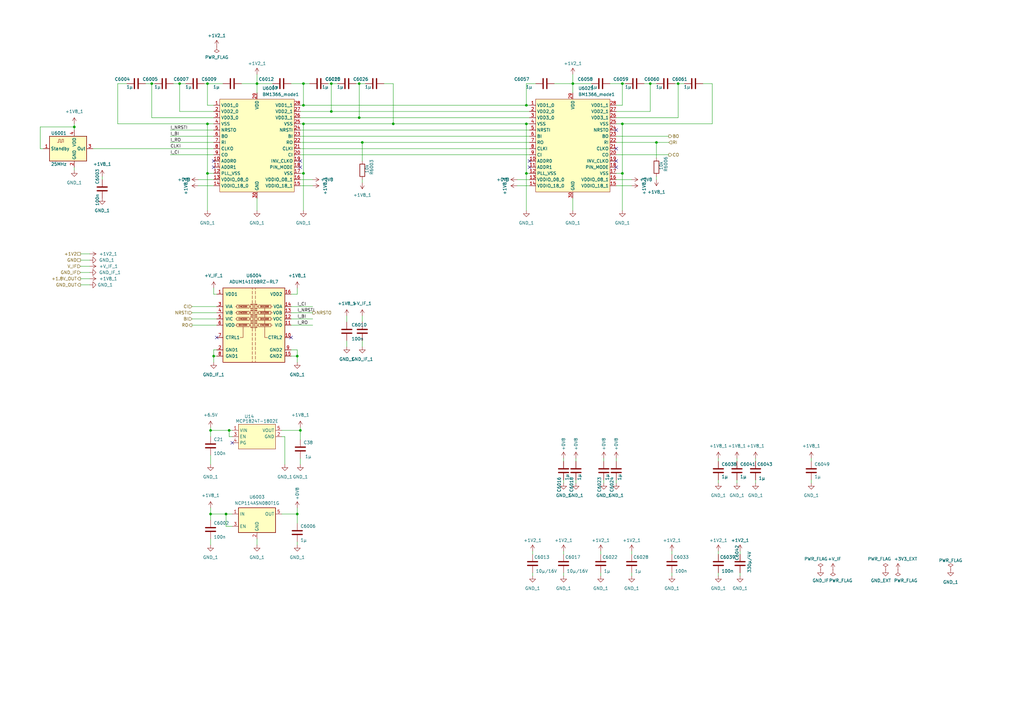
<source format=kicad_sch>
(kicad_sch (version 20231120) (generator "eeschema") (generator_version "8.0")
  (paper "A3")
  (lib_symbols
    (symbol "BM1366_mode1_1"
      (property "Reference" "U6007" (at 2.1941 24.765 0))
      (property "Value" "BM1366_mode1" (at 2.1941 22.225 0))
      (symbol "BM1366_mode1_1_1_1"
        (pin input line (at -17.78 17.78 0) (length 2.54) (name "VDD1_0") (number "1"))
        (pin input line (at -17.78 -5.08 0) (length 2.54) (name "ADDR0") (number "10"))
        (pin input line (at -17.78 -7.62 0) (length 2.54) (name "ADDR1") (number "11"))
        (pin power_in line (at -17.78 -10.16 0) (length 2.54) (name "PLL_VSS") (number "12"))
        (pin power_in line (at -17.78 -12.7 0) (length 2.54) (name "VDDIO_08_0") (number "13"))
        (pin power_in line (at -17.78 -15.24 0) (length 2.54) (name "VDDIO_18_0") (number "14"))
        (pin power_in line (at 17.78 -15.24 180) (length 2.54) (name "VDDIO_18_1") (number "15"))
        (pin power_in line (at 17.78 -12.7 180) (length 2.54) (name "VDDIO_08_1") (number "16"))
        (pin power_in line (at 17.78 -10.16 180) (length 2.54) (name "VSS") (number "17"))
        (pin input line (at 17.78 -7.62 180) (length 2.54) (name "PIN_MODE") (number "18"))
        (pin input line (at 17.78 -5.08 180) (length 2.54) (name "INV_CLKO") (number "19"))
        (pin input line (at -17.78 15.24 0) (length 2.54) (name "VDD2_0") (number "2"))
        (pin input line (at 17.78 -2.54 180) (length 2.54) (name "CI") (number "20"))
        (pin input line (at 17.78 0 180) (length 2.54) (name "CLKI") (number "21"))
        (pin output line (at 17.78 2.54 180) (length 2.54) (name "RO") (number "22"))
        (pin input line (at 17.78 5.08 180) (length 2.54) (name "BI") (number "23"))
        (pin input line (at 17.78 7.62 180) (length 2.54) (name "NRSTI") (number "24"))
        (pin input line (at 17.78 10.16 180) (length 2.54) (name "VSS") (number "25"))
        (pin input line (at 17.78 12.7 180) (length 2.54) (name "VDD3_1") (number "26"))
        (pin input line (at 17.78 15.24 180) (length 2.54) (name "VDD2_1") (number "27"))
        (pin input line (at 17.78 17.78 180) (length 2.54) (name "VDD1_1") (number "28"))
        (pin power_in line (at 0 22.86 270) (length 2.54) (name "VDD") (number "29"))
        (pin input line (at -17.78 12.7 0) (length 2.54) (name "VDD3_0") (number "3"))
        (pin power_in line (at 0 -20.32 90) (length 2.54) (name "GND") (number "30"))
        (pin input line (at -17.78 10.16 0) (length 2.54) (name "VSS") (number "4"))
        (pin output line (at -17.78 7.62 0) (length 2.54) (name "NRSTO") (number "5"))
        (pin output line (at -17.78 5.08 0) (length 2.54) (name "BO") (number "6"))
        (pin input line (at -17.78 2.54 0) (length 2.54) (name "RI") (number "7"))
        (pin output line (at -17.78 0 0) (length 2.54) (name "CLKO") (number "8"))
        (pin output line (at -17.78 -2.54 0) (length 2.54) (name "CO") (number "9"))
      )
    )
    (symbol "Device:C" (pin_numbers hide) (pin_names (offset 0.254))
      (property "Reference" "C" (at 0.635 2.54 0))
      (property "Value" "C" (at 0.635 -2.54 0))
      (symbol "C_1_1"
        (pin passive line (at 0 3.81 270) (length 2.794) (name "~") (number "1"))
        (pin passive line (at 0 -3.81 90) (length 2.794) (name "~") (number "2"))
      )
    )
    (symbol "Device:R" (pin_numbers hide) (pin_names (offset 0))
      (property "Reference" "R" (at 2.032 0 90))
      (property "Value" "R" (at 0 0 90))
      (symbol "R_1_1"
        (pin passive line (at 0 3.81 270) (length 1.27) (name "~") (number "1"))
        (pin passive line (at 0 -3.81 90) (length 1.27) (name "~") (number "2"))
      )
    )
    (symbol "Isolator:ADuM1411" (pin_names (offset 1.016))
      (property "Reference" "U" (at 0 19.05 0))
      (property "Value" "ADuM1411" (at 0 16.51 0))
      (symbol "ADuM1411_0_0"
        (text "DECODE" (at -4.445 0 0) (effects (font (size 0.635 0.635))))
        (text "DECODE" (at 4.445 2.54 0) (effects (font (size 0.635 0.635))))
        (text "DECODE" (at 4.445 5.08 0) (effects (font (size 0.635 0.635))))
        (text "DECODE" (at 4.445 7.62 0) (effects (font (size 0.635 0.635))))
        (text "ENCODE" (at -4.445 2.54 0) (effects (font (size 0.635 0.635))))
        (text "ENCODE" (at -4.445 5.08 0) (effects (font (size 0.635 0.635))))
        (text "ENCODE" (at -4.445 7.62 0) (effects (font (size 0.635 0.635))))
        (text "ENCODE" (at 4.445 0 0) (effects (font (size 0.635 0.635))))
      )
      (symbol "ADuM1411_1_1"
        (pin power_in line (at -15.24 12.7 0) (length 2.54) (name "VDD1") (number "1"))
        (pin input line (at 15.24 -5.08 180) (length 2.54) (name "CTRL2") (number "10"))
        (pin input line (at 15.24 0 180) (length 2.54) (name "VID") (number "11"))
        (pin output line (at 15.24 2.54 180) (length 2.54) (name "VOC") (number "12"))
        (pin output line (at 15.24 5.08 180) (length 2.54) (name "VOB") (number "13"))
        (pin output line (at 15.24 7.62 180) (length 2.54) (name "VOA") (number "14"))
        (pin power_in line (at 15.24 -12.7 180) (length 2.54) (name "GND2") (number "15"))
        (pin power_in line (at 15.24 12.7 180) (length 2.54) (name "VDD2") (number "16"))
        (pin power_in line (at -15.24 -10.16 0) (length 2.54) (name "GND1") (number "2"))
        (pin input line (at -15.24 7.62 0) (length 2.54) (name "VIA") (number "3"))
        (pin input line (at -15.24 5.08 0) (length 2.54) (name "VIB") (number "4"))
        (pin input line (at -15.24 2.54 0) (length 2.54) (name "VIC") (number "5"))
        (pin output line (at -15.24 0 0) (length 2.54) (name "VOD") (number "6"))
        (pin input line (at -15.24 -5.08 0) (length 2.54) (name "CTRL1") (number "7"))
        (pin power_in line (at -15.24 -12.7 0) (length 2.54) (name "GND1") (number "8"))
        (pin power_in line (at 15.24 -10.16 180) (length 2.54) (name "GND2") (number "9"))
      )
    )
    (symbol "Oscillator:ASDMB-xxxMHz"
      (property "Reference" "U" (at -6.35 6.35 0))
      (property "Value" "ASDMB-xxxMHz" (at 11.43 6.35 0))
      (symbol "ASDMB-xxxMHz_1_1"
        (pin input line (at -10.16 0 0) (length 2.54) (name "Standby") (number "1"))
        (pin power_in line (at 2.54 -7.62 90) (length 2.54) (name "GND") (number "2"))
        (pin output line (at 10.16 0 180) (length 2.54) (name "Out") (number "3"))
        (pin power_in line (at 2.54 7.62 270) (length 2.54) (name "VDD") (number "4"))
      )
    )
    (symbol "bitaxe:MCP1824"
      (property "Reference" "U7" (at -3.175 6.985 0))
      (property "Value" "MCP1824T-1802E" (at 0 5.08 0))
      (symbol "MCP1824_1_0"
        (pin power_in line (at -10.16 1.27 0) (length 2.54) (name "VIN") (number "1"))
        (pin power_in line (at 10.16 -1.27 180) (length 2.54) (name "GND") (number "2"))
        (pin input line (at -10.16 -1.27 0) (length 2.54) (name "EN") (number "3"))
        (pin bidirectional line (at -10.16 -3.81 0) (length 2.54) (name "PG") (number "4"))
        (pin power_out line (at 10.16 1.27 180) (length 2.54) (name "VOUT") (number "5"))
      )
    )
    (symbol "mylib7:+0V8_1" (in_bom no) (on_board no)
      (property "Value" "+0V8" (at 0 3.175 90))
      (symbol "+0V8_1_1_1"
        (pin power_in line (at 0 0 90) (length 0) hide (name "+0V8_1") (number "1"))
      )
    )
    (symbol "mylib7:+1V2_1" (power) (pin_names (offset 0))
      (property "Value" "+1V2_1" (at 0 4.445 0))
      (symbol "+1V2_1_1_1"
        (pin power_in line (at 0 0 90) (length 0) hide (name "+1V2_1") (number "1"))
      )
    )
    (symbol "mylib7:+1V8_1" (power) (pin_names (offset 0))
      (property "Value" "+1V8_1" (at 0 5.08 0))
      (symbol "+1V8_1_1_1"
        (pin power_in line (at 0 0 90) (length 0) hide (name "+1V8_1") (number "1"))
      )
    )
    (symbol "mylib7:+3V3_EXT" (power) (pin_names (offset 0))
      (property "Value" "+3V3_EXT" (at 0 4.445 0))
      (symbol "+3V3_EXT_1_1"
        (pin power_in line (at 0 0 90) (length 0) hide (name "+3V3_EXT") (number "1"))
      )
    )
    (symbol "mylib7:+6.5V" (power) (pin_names (offset 0))
      (property "Value" "+6.5V" (at 0 4.445 0))
      (symbol "+6.5V_1_1"
        (pin power_in line (at 0 0 90) (length 0) hide (name "+5V") (number "1"))
      )
    )
    (symbol "mylib7:+V_IF" (power) (pin_names (offset 0))
      (property "Value" "+V_IF" (at 0 5.08 0))
      (symbol "+V_IF_1_1"
        (pin power_in line (at 0 0 90) (length 0) hide (name "+V_IF") (number "1"))
      )
    )
    (symbol "mylib7:+V_IF_1" (power) (pin_names (offset 0))
      (property "Value" "+V_IF_1" (at 0 5.08 0))
      (symbol "+V_IF_1_1_1"
        (pin power_in line (at 0 0 90) (length 0) hide (name "+V_IF_0") (number "1"))
      )
    )
    (symbol "mylib7:BM1366_mode1"
      (property "Reference" "U8" (at 1.9559 24.13 0))
      (property "Value" "BM1366_mode1" (at 1.9559 21.59 0))
      (symbol "BM1366_mode1_1_1"
        (pin input line (at -17.78 17.78 0) (length 2.54) (name "VDD1_0") (number "1"))
        (pin input line (at -17.78 -5.08 0) (length 2.54) (name "ADDR0") (number "10"))
        (pin input line (at -17.78 -7.62 0) (length 2.54) (name "ADDR1") (number "11"))
        (pin power_in line (at -17.78 -10.16 0) (length 2.54) (name "PLL_VSS") (number "12"))
        (pin power_in line (at -17.78 -12.7 0) (length 2.54) (name "VDDIO_08_0") (number "13"))
        (pin power_in line (at -17.78 -15.24 0) (length 2.54) (name "VDDIO_18_0") (number "14"))
        (pin power_in line (at 17.78 -15.24 180) (length 2.54) (name "VDDIO_18_1") (number "15"))
        (pin power_in line (at 17.78 -12.7 180) (length 2.54) (name "VDDIO_08_1") (number "16"))
        (pin power_in line (at 17.78 -10.16 180) (length 2.54) (name "VSS") (number "17"))
        (pin input line (at 17.78 -7.62 180) (length 2.54) (name "PIN_MODE") (number "18"))
        (pin input line (at 17.78 -5.08 180) (length 2.54) (name "INV_CLKO") (number "19"))
        (pin input line (at -17.78 15.24 0) (length 2.54) (name "VDD2_0") (number "2"))
        (pin output line (at 17.78 -2.54 180) (length 2.54) (name "CO") (number "20"))
        (pin output line (at 17.78 0 180) (length 2.54) (name "CLKO") (number "21"))
        (pin input line (at 17.78 2.54 180) (length 2.54) (name "RI") (number "22"))
        (pin output line (at 17.78 5.08 180) (length 2.54) (name "BO") (number "23"))
        (pin output line (at 17.78 7.62 180) (length 2.54) (name "NRSTO") (number "24"))
        (pin input line (at 17.78 10.16 180) (length 2.54) (name "VSS") (number "25"))
        (pin input line (at 17.78 12.7 180) (length 2.54) (name "VDD3_1") (number "26"))
        (pin input line (at 17.78 15.24 180) (length 2.54) (name "VDD2_1") (number "27"))
        (pin input line (at 17.78 17.78 180) (length 2.54) (name "VDD1_1") (number "28"))
        (pin power_in line (at 0 22.86 270) (length 2.54) (name "VDD") (number "29"))
        (pin input line (at -17.78 12.7 0) (length 2.54) (name "VDD3_0") (number "3"))
        (pin power_in line (at 0 -20.32 90) (length 2.54) (name "GND") (number "30"))
        (pin input line (at -17.78 10.16 0) (length 2.54) (name "VSS") (number "4"))
        (pin input line (at -17.78 7.62 0) (length 2.54) (name "NRSTI") (number "5"))
        (pin input line (at -17.78 5.08 0) (length 2.54) (name "BI") (number "6"))
        (pin output line (at -17.78 2.54 0) (length 2.54) (name "RO") (number "7"))
        (pin input line (at -17.78 0 0) (length 2.54) (name "CLKI") (number "8"))
        (pin input line (at -17.78 -2.54 0) (length 2.54) (name "CI") (number "9"))
      )
    )
    (symbol "mylib7:GND_1" (power) (pin_names (offset 0))
      (property "Value" "GND_1" (at 0 -5.08 0))
      (symbol "GND_1_1_1"
        (pin power_in line (at 0 0 270) (length 0) hide (name "GND_1") (number "1"))
      )
    )
    (symbol "mylib7:GND_EXT" (power) (pin_names (offset 0))
      (property "Value" "GND_EXT" (at 0 -5.08 0))
      (symbol "GND_EXT_1_1"
        (pin power_in line (at 0 0 270) (length 0) hide (name "GND_EXT") (number "1"))
      )
    )
    (symbol "mylib7:GND_IF" (power) (pin_names (offset 0))
      (property "Value" "GND_IF" (at 0 -5.08 0))
      (symbol "GND_IF_1_1"
        (pin power_in line (at 0 0 270) (length 0) hide (name "GND_IF") (number "1"))
      )
    )
    (symbol "mylib7:GND_IF_1" (power) (pin_names (offset 0))
      (property "Value" "GND_IF_1" (at 0 -5.08 0))
      (symbol "GND_IF_1_1_1"
        (pin power_in line (at 0 0 270) (length 0) hide (name "GND_IF_0") (number "1"))
      )
    )
    (symbol "mylib7:NCP114-SN"
      (property "Reference" "U4" (at 0 9.525 0))
      (property "Value" "NCP115-SN" (at 0 6.985 0))
      (symbol "NCP114-SN_1_1"
        (pin power_in line (at -10.16 2.54 0) (length 2.54) (name "IN") (number "1"))
        (pin power_in line (at 0 -7.62 90) (length 2.54) (name "GND") (number "2"))
        (pin input line (at -10.16 -2.54 0) (length 2.54) (name "EN") (number "3"))
        (pin power_out line (at 10.16 2.54 180) (length 2.54) (name "OUT") (number "5"))
      )
    )
    (symbol "power:PWR_FLAG" (power) (pin_numbers hide) (pin_names (offset 0) hide)
      (property "Value" "PWR_FLAG" (at 0 3.81 0))
      (symbol "PWR_FLAG_0_0"
        (pin power_out line (at 0 0 90) (length 0) (name "pwr") (number "1"))
      )
    )
  )
  (junction (at 85.09 34.29))
  (junction (at 30.48 52.07))
  (junction (at 121.92 146.05))
  (junction (at 147.32 48.26))
  (junction (at 278.13 34.29))
  (junction (at 121.92 210.82) (diameter 0.9144))
  (junction (at 135.89 45.72))
  (junction (at 87.63 146.05))
  (junction (at 255.27 34.29))
  (junction (at 215.9 43.18))
  (junction (at 124.46 71.12))
  (junction (at 255.27 50.8))
  (junction (at 234.95 34.29))
  (junction (at 269.24 58.42))
  (junction (at 73.66 34.29))
  (junction (at 124.46 43.18))
  (junction (at 93.98 176.53))
  (junction (at 124.46 50.8))
  (junction (at 86.36 210.82) (diameter 0.9144))
  (junction (at 215.9 71.12))
  (junction (at 148.59 58.42))
  (junction (at 135.89 34.29))
  (junction (at 147.32 34.29))
  (junction (at 105.41 34.29))
  (junction (at 86.36 176.53) (diameter 0.9144))
  (junction (at 215.9 50.8))
  (junction (at 124.46 34.29))
  (junction (at 62.23 34.29))
  (junction (at 85.09 50.8))
  (junction (at 92.71 210.82))
  (junction (at 161.29 50.8))
  (junction (at 85.09 71.12))
  (junction (at 255.27 71.12))
  (junction (at 123.19 176.53))
  (junction (at 266.7 34.29))
  (no_connect (at 95.25 181.61))
  (no_connect (at 88.9 138.43))
  (no_connect (at 252.73 53.34))
  (no_connect (at 87.63 66.04))
  (no_connect (at 87.63 68.58))
  (no_connect (at 252.73 60.96))
  (no_connect (at 123.19 66.04))
  (no_connect (at 119.38 138.43))
  (no_connect (at 123.19 68.58))
  (no_connect (at 217.17 68.58))
  (no_connect (at 252.73 66.04))
  (no_connect (at 252.73 68.58))
  (no_connect (at 217.17 66.04))
  (wire (pts (xy 294.64 196.85) (xy 294.64 198.12)))
  (wire (pts (xy 124.46 50.8) (xy 124.46 71.12)))
  (wire (pts (xy 119.38 120.65) (xy 121.92 120.65)))
  (wire (pts (xy 105.41 30.48) (xy 105.41 34.29)))
  (wire (pts (xy 259.08 226.06) (xy 259.08 227.33)))
  (wire (pts (xy 95.25 215.9) (xy 92.71 215.9)))
  (wire (pts (xy 48.26 50.8) (xy 48.26 34.29)))
  (wire (pts (xy 123.19 43.18) (xy 124.46 43.18)))
  (wire (pts (xy 123.19 48.26) (xy 147.32 48.26)))
  (wire (pts (xy 123.19 50.8) (xy 124.46 50.8)))
  (wire (pts (xy 215.9 34.29) (xy 219.71 34.29)))
  (wire (pts (xy 231.14 226.06) (xy 231.14 227.33)))
  (wire (pts (xy 231.14 187.96) (xy 231.14 189.23)))
  (wire (pts (xy 16.51 52.07) (xy 16.51 60.96)))
  (wire (pts (xy 88.9 128.27) (xy 78.74 128.27)))
  (wire (pts (xy 231.14 196.85) (xy 231.14 198.12)))
  (wire (pts (xy 81.28 76.2) (xy 87.63 76.2)))
  (wire (pts (xy 88.9 120.65) (xy 87.63 120.65)))
  (wire (pts (xy 292.1 50.8) (xy 292.1 34.29)))
  (wire (pts (xy 92.71 210.82) (xy 92.71 215.9)))
  (wire (pts (xy 87.63 50.8) (xy 85.09 50.8)))
  (wire (pts (xy 246.38 226.06) (xy 246.38 227.33)))
  (wire (pts (xy 85.09 34.29) (xy 91.44 34.29)))
  (wire (pts (xy 59.69 34.29) (xy 62.23 34.29)))
  (wire (pts (xy 88.9 146.05) (xy 87.63 146.05)))
  (wire (pts (xy 212.09 76.2) (xy 217.17 76.2)))
  (wire (pts (xy 71.12 34.29) (xy 73.66 34.29)))
  (wire (pts (xy 86.36 208.28) (xy 86.36 210.82)))
  (wire (pts (xy 218.44 234.95) (xy 218.44 236.22)))
  (wire (pts (xy 128.27 133.35) (xy 119.38 133.35)))
  (wire (pts (xy 86.36 210.82) (xy 92.71 210.82)))
  (wire (pts (xy 85.09 34.29) (xy 85.09 43.18)))
  (wire (pts (xy 123.19 73.66) (xy 128.27 73.66)))
  (wire (pts (xy 236.22 187.96) (xy 236.22 189.23)))
  (wire (pts (xy 269.24 58.42) (xy 274.32 58.42)))
  (wire (pts (xy 215.9 50.8) (xy 215.9 71.12)))
  (wire (pts (xy 292.1 34.29) (xy 288.29 34.29)))
  (wire (pts (xy 88.9 143.51) (xy 87.63 143.51)))
  (wire (pts (xy 85.09 71.12) (xy 85.09 86.36)))
  (wire (pts (xy 124.46 50.8) (xy 161.29 50.8)))
  (wire (pts (xy 269.24 72.39) (xy 269.24 73.66)))
  (wire (pts (xy 255.27 50.8) (xy 255.27 71.12)))
  (wire (pts (xy 121.92 208.28) (xy 121.92 210.82)))
  (wire (pts (xy 234.95 34.29) (xy 242.57 34.29)))
  (wire (pts (xy 119.38 130.81) (xy 128.27 130.81)))
  (wire (pts (xy 252.73 48.26) (xy 278.13 48.26)))
  (wire (pts (xy 252.73 63.5) (xy 274.32 63.5)))
  (wire (pts (xy 135.89 34.29) (xy 138.43 34.29)))
  (wire (pts (xy 255.27 71.12) (xy 255.27 86.36)))
  (wire (pts (xy 33.02 109.22) (xy 36.83 109.22)))
  (wire (pts (xy 302.26 196.85) (xy 302.26 198.12)))
  (wire (pts (xy 88.9 133.35) (xy 78.74 133.35)))
  (wire (pts (xy 81.28 73.66) (xy 87.63 73.66)))
  (wire (pts (xy 62.23 48.26) (xy 62.23 34.29)))
  (wire (pts (xy 266.7 34.29) (xy 269.24 34.29)))
  (wire (pts (xy 86.36 176.53) (xy 86.36 179.07)))
  (wire (pts (xy 121.92 210.82) (xy 121.92 214.63)))
  (wire (pts (xy 33.02 114.3) (xy 36.83 114.3)))
  (wire (pts (xy 147.32 48.26) (xy 147.32 34.29)))
  (wire (pts (xy 123.19 176.53) (xy 123.19 180.34)))
  (wire (pts (xy 73.66 45.72) (xy 87.63 45.72)))
  (wire (pts (xy 252.73 45.72) (xy 266.7 45.72)))
  (wire (pts (xy 62.23 48.26) (xy 87.63 48.26)))
  (wire (pts (xy 105.41 81.28) (xy 105.41 86.36)))
  (wire (pts (xy 99.06 34.29) (xy 105.41 34.29)))
  (wire (pts (xy 124.46 34.29) (xy 127 34.29)))
  (wire (pts (xy 142.24 139.7) (xy 142.24 142.24)))
  (wire (pts (xy 332.74 196.85) (xy 332.74 198.12)))
  (wire (pts (xy 123.19 63.5) (xy 217.17 63.5)))
  (wire (pts (xy 255.27 43.18) (xy 255.27 34.29)))
  (wire (pts (xy 252.73 43.18) (xy 255.27 43.18)))
  (wire (pts (xy 123.19 187.96) (xy 123.19 190.5)))
  (wire (pts (xy 302.26 189.23) (xy 302.26 187.96)))
  (wire (pts (xy 119.38 143.51) (xy 121.92 143.51)))
  (wire (pts (xy 234.95 34.29) (xy 234.95 38.1)))
  (wire (pts (xy 85.09 71.12) (xy 87.63 71.12)))
  (wire (pts (xy 83.82 34.29) (xy 85.09 34.29)))
  (wire (pts (xy 161.29 50.8) (xy 215.9 50.8)))
  (wire (pts (xy 231.14 234.95) (xy 231.14 236.22)))
  (wire (pts (xy 48.26 34.29) (xy 52.07 34.29)))
  (wire (pts (xy 123.19 53.34) (xy 217.17 53.34)))
  (wire (pts (xy 234.95 30.48) (xy 234.95 34.29)))
  (wire (pts (xy 116.84 179.07) (xy 115.57 179.07)))
  (wire (pts (xy 86.36 176.53) (xy 93.98 176.53)))
  (wire (pts (xy 255.27 34.29) (xy 256.54 34.29)))
  (wire (pts (xy 30.48 52.07) (xy 16.51 52.07)))
  (wire (pts (xy 85.09 43.18) (xy 87.63 43.18)))
  (wire (pts (xy 128.27 128.27) (xy 119.38 128.27)))
  (wire (pts (xy 147.32 34.29) (xy 149.86 34.29)))
  (wire (pts (xy 119.38 34.29) (xy 124.46 34.29)))
  (wire (pts (xy 252.73 73.66) (xy 259.08 73.66)))
  (wire (pts (xy 87.63 146.05) (xy 87.63 148.59)))
  (wire (pts (xy 218.44 226.06) (xy 218.44 227.33)))
  (wire (pts (xy 161.29 50.8) (xy 161.29 34.29)))
  (wire (pts (xy 105.41 34.29) (xy 105.41 38.1)))
  (wire (pts (xy 252.73 196.85) (xy 252.73 198.12)))
  (wire (pts (xy 123.19 60.96) (xy 217.17 60.96)))
  (wire (pts (xy 33.02 104.14) (xy 36.83 104.14)))
  (wire (pts (xy 123.19 76.2) (xy 128.27 76.2)))
  (wire (pts (xy 92.71 210.82) (xy 95.25 210.82)))
  (wire (pts (xy 215.9 71.12) (xy 215.9 86.36)))
  (wire (pts (xy 105.41 34.29) (xy 111.76 34.29)))
  (wire (pts (xy 142.24 129.54) (xy 142.24 132.08)))
  (wire (pts (xy 86.36 210.82) (xy 86.36 213.36)))
  (wire (pts (xy 123.19 58.42) (xy 148.59 58.42)))
  (wire (pts (xy 252.73 55.88) (xy 274.32 55.88)))
  (wire (pts (xy 33.02 116.84) (xy 36.83 116.84)))
  (wire (pts (xy 148.59 58.42) (xy 148.59 66.04)))
  (wire (pts (xy 86.36 220.98) (xy 86.36 223.52)))
  (wire (pts (xy 215.9 71.12) (xy 217.17 71.12)))
  (wire (pts (xy 148.59 129.54) (xy 148.59 132.08)))
  (wire (pts (xy 87.63 143.51) (xy 87.63 146.05)))
  (wire (pts (xy 303.53 234.95) (xy 303.53 236.22)))
  (wire (pts (xy 30.48 68.58) (xy 30.48 69.85)))
  (wire (pts (xy 236.22 196.85) (xy 236.22 198.12)))
  (wire (pts (xy 135.89 45.72) (xy 135.89 34.29)))
  (wire (pts (xy 115.57 176.53) (xy 123.19 176.53)))
  (wire (pts (xy 259.08 234.95) (xy 259.08 236.22)))
  (wire (pts (xy 227.33 34.29) (xy 234.95 34.29)))
  (wire (pts (xy 121.92 222.25) (xy 121.92 223.52)))
  (wire (pts (xy 264.16 34.29) (xy 266.7 34.29)))
  (wire (pts (xy 294.64 234.95) (xy 294.64 236.22)))
  (wire (pts (xy 294.64 226.06) (xy 294.64 227.33)))
  (wire (pts (xy 33.02 106.68) (xy 36.83 106.68)))
  (wire (pts (xy 247.65 196.85) (xy 247.65 198.12)))
  (wire (pts (xy 115.57 210.82) (xy 121.92 210.82)))
  (wire (pts (xy 121.92 120.65) (xy 121.92 118.11)))
  (wire (pts (xy 247.65 187.96) (xy 247.65 189.23)))
  (wire (pts (xy 69.85 55.88) (xy 87.63 55.88)))
  (wire (pts (xy 215.9 43.18) (xy 217.17 43.18)))
  (wire (pts (xy 246.38 234.95) (xy 246.38 236.22)))
  (wire (pts (xy 135.89 45.72) (xy 217.17 45.72)))
  (wire (pts (xy 41.91 72.39) (xy 41.91 73.66)))
  (wire (pts (xy 276.86 34.29) (xy 278.13 34.29)))
  (wire (pts (xy 275.59 234.95) (xy 275.59 236.22)))
  (wire (pts (xy 16.51 60.96) (xy 17.78 60.96)))
  (wire (pts (xy 116.84 179.07) (xy 116.84 190.5)))
  (wire (pts (xy 252.73 76.2) (xy 259.08 76.2)))
  (wire (pts (xy 62.23 34.29) (xy 63.5 34.29)))
  (wire (pts (xy 332.74 189.23) (xy 332.74 187.96)))
  (wire (pts (xy 252.73 71.12) (xy 255.27 71.12)))
  (wire (pts (xy 124.46 43.18) (xy 124.46 34.29)))
  (wire (pts (xy 86.36 186.69) (xy 86.36 190.5)))
  (wire (pts (xy 38.1 60.96) (xy 87.63 60.96)))
  (wire (pts (xy 309.88 187.96) (xy 309.88 189.23)))
  (wire (pts (xy 87.63 120.65) (xy 87.63 118.11)))
  (wire (pts (xy 212.09 73.66) (xy 217.17 73.66)))
  (wire (pts (xy 278.13 34.29) (xy 280.67 34.29)))
  (wire (pts (xy 147.32 48.26) (xy 217.17 48.26)))
  (wire (pts (xy 123.19 45.72) (xy 135.89 45.72)))
  (wire (pts (xy 69.85 53.34) (xy 87.63 53.34)))
  (wire (pts (xy 303.53 226.06) (xy 303.53 227.33)))
  (wire (pts (xy 73.66 34.29) (xy 76.2 34.29)))
  (wire (pts (xy 124.46 71.12) (xy 124.46 86.36)))
  (wire (pts (xy 266.7 45.72) (xy 266.7 34.29)))
  (wire (pts (xy 123.19 55.88) (xy 217.17 55.88)))
  (wire (pts (xy 30.48 52.07) (xy 30.48 53.34)))
  (wire (pts (xy 255.27 50.8) (xy 292.1 50.8)))
  (wire (pts (xy 215.9 34.29) (xy 215.9 43.18)))
  (wire (pts (xy 124.46 43.18) (xy 215.9 43.18)))
  (wire (pts (xy 252.73 58.42) (xy 269.24 58.42)))
  (wire (pts (xy 275.59 226.06) (xy 275.59 227.33)))
  (wire (pts (xy 69.85 63.5) (xy 87.63 63.5)))
  (wire (pts (xy 33.02 111.76) (xy 36.83 111.76)))
  (wire (pts (xy 234.95 81.28) (xy 234.95 86.36)))
  (wire (pts (xy 123.19 175.26) (xy 123.19 176.53)))
  (wire (pts (xy 105.41 220.98) (xy 105.41 223.52)))
  (wire (pts (xy 86.36 175.26) (xy 86.36 176.53)))
  (wire (pts (xy 69.85 58.42) (xy 87.63 58.42)))
  (wire (pts (xy 134.62 34.29) (xy 135.89 34.29)))
  (wire (pts (xy 161.29 34.29) (xy 157.48 34.29)))
  (wire (pts (xy 78.74 130.81) (xy 88.9 130.81)))
  (wire (pts (xy 121.92 143.51) (xy 121.92 146.05)))
  (wire (pts (xy 85.09 50.8) (xy 48.26 50.8)))
  (wire (pts (xy 148.59 58.42) (xy 217.17 58.42)))
  (wire (pts (xy 73.66 45.72) (xy 73.66 34.29)))
  (wire (pts (xy 121.92 146.05) (xy 121.92 148.59)))
  (wire (pts (xy 121.92 146.05) (xy 119.38 146.05)))
  (wire (pts (xy 250.19 34.29) (xy 255.27 34.29)))
  (wire (pts (xy 85.09 50.8) (xy 85.09 71.12)))
  (wire (pts (xy 278.13 48.26) (xy 278.13 34.29)))
  (wire (pts (xy 294.64 189.23) (xy 294.64 187.96)))
  (wire (pts (xy 93.98 179.07) (xy 93.98 176.53)))
  (wire (pts (xy 148.59 73.66) (xy 148.59 74.93)))
  (wire (pts (xy 252.73 187.96) (xy 252.73 189.23)))
  (wire (pts (xy 30.48 50.8) (xy 30.48 52.07)))
  (wire (pts (xy 88.9 125.73) (xy 78.74 125.73)))
  (wire (pts (xy 148.59 139.7) (xy 148.59 142.24)))
  (wire (pts (xy 128.27 125.73) (xy 119.38 125.73)))
  (wire (pts (xy 146.05 34.29) (xy 147.32 34.29)))
  (wire (pts (xy 252.73 50.8) (xy 255.27 50.8)))
  (wire (pts (xy 93.98 179.07) (xy 95.25 179.07)))
  (wire (pts (xy 93.98 176.53) (xy 95.25 176.53)))
  (wire (pts (xy 269.24 58.42) (xy 269.24 64.77)))
  (wire (pts (xy 309.88 196.85) (xy 309.88 198.12)))
  (wire (pts (xy 123.19 71.12) (xy 124.46 71.12)))
  (wire (pts (xy 217.17 50.8) (xy 215.9 50.8)))
  (label "I_CI" (at 121.92 125.73 0))
  (label "I_NRSTI" (at 69.85 53.34 0))
  (label "I_RO" (at 69.85 58.42 0))
  (label "I_NRSTI" (at 121.92 128.27 0))
  (label "CLKI" (at 69.85 60.96 0))
  (label "I_BI" (at 121.92 130.81 0))
  (label "I_CI" (at 69.85 63.5 0))
  (label "I_RO" (at 121.92 133.35 0))
  (label "I_BI" (at 69.85 55.88 0))
  (hierarchical_label "NRSTO" (shape output) (at 128.27 128.27 0))
  (hierarchical_label "NRSTI" (shape input) (at 78.74 128.27 180))
  (hierarchical_label "CI" (shape input) (at 78.74 125.73 180))
  (hierarchical_label "+1V2" (shape passive) (at 33.02 104.14 180))
  (hierarchical_label "BO" (shape output) (at 274.32 55.88 0))
  (hierarchical_label "+1.8V_OUT" (shape output) (at 33.02 114.3 180))
  (hierarchical_label "GND" (shape passive) (at 33.02 106.68 180))
  (hierarchical_label "RI" (shape input) (at 274.32 58.42 0))
  (hierarchical_label "RO" (shape output) (at 78.74 133.35 180))
  (hierarchical_label "CO" (shape output) (at 274.32 63.5 0))
  (hierarchical_label "GND_OUT" (shape output) (at 33.02 116.84 180))
  (hierarchical_label "GND_IF" (shape input) (at 33.02 111.76 180))
  (hierarchical_label "BI" (shape input) (at 78.74 130.81 180))
  (hierarchical_label "V_IF" (shape input) (at 33.02 109.22 180))
  (symbol (lib_id "Device:C") (at 302.26 193.04 0) (unit 1)
    (property "Reference" "C6041" (at 303.53 191.135 0) (effects (justify left bottom)))
    (property "Value" "1µ" (at 303.53 196.215 0) (effects (justify left bottom)))
    (property "Footprint" "Capacitor_SMD:C_0603_1608Metric" (effects (hide yes)))
    (property "Manufacturer" "CC0603KRX7R7BB105" (effects (hide yes)))
    (property "Distributor" "D" (effects (hide yes)))
    (property "OrderNr" "311-1446-1-ND" (effects (hide yes)))
  )
  (symbol (lib_id "Device:C") (at 142.24 135.89 0) (unit 1)
    (property "Reference" "C6010" (at 144.145 133.985 0) (effects (justify left bottom)))
    (property "Value" "100n" (at 144.145 139.7 0) (effects (justify left bottom)))
    (property "Footprint" "Capacitor_SMD:C_0603_1608Metric" (effects (hide yes)))
    (property "Manufacturer" "CC0603KRX5R9BB104" (effects (hide yes)))
    (property "Distributor" "D" (effects (hide yes)))
    (property "OrderNr" "311-4046-1-ND" (effects (hide yes)))
  )
  (symbol (lib_id "mylib7:+3V3_EXT") (at 368.3 233.68 0) (unit 1)
    (property "Reference" "#PWR06107" (effects (hide yes)))
    (property "Value" "+3V3_EXT" (at 371.475 229.235 0))
  )
  (symbol (lib_id "mylib7:+1V8_1") (at 36.83 114.3 270) (mirror x) (unit 1)
    (property "Reference" "#PWR06017" (effects (hide yes)))
    (property "Value" "+1V8_1" (at 40.64 114.3 90) (effects (justify left)))
  )
  (symbol (lib_id "Device:R") (at 148.59 69.85 0) (unit 1)
    (property "Reference" "R6003" (at 152.4 68.58 90))
    (property "Value" "10k" (at 150.495 69.215 90))
    (property "Footprint" "Resistor_SMD:R_0603_1608Metric" (effects (hide yes)))
    (property "Manufacturer" "ERJ-H3EF1002V" (effects (hide yes)))
    (property "Distributor" "D" (effects (hide yes)))
    (property "OrderNr" "10-ERJ-H3EF1002VCT-ND" (effects (hide yes)))
  )
  (symbol (lib_id "mylib7:+1V8_1") (at 128.27 76.2 270) (unit 1)
    (property "Reference" "#PWR06035" (effects (hide yes)))
    (property "Value" "+1V8_1" (at 133.35 76.2 0))
  )
  (symbol (lib_id "mylib7:GND_1") (at 124.46 86.36 0) (mirror y) (unit 1)
    (property "Reference" "#PWR06032" (effects (hide yes)))
    (property "Value" "GND_1" (at 124.46 91.44 0))
  )
  (symbol (lib_id "mylib7:+1V8_1") (at 269.24 73.66 180) (unit 1)
    (property "Reference" "#PWR06124" (effects (hide yes)))
    (property "Value" "+1V8_1" (at 269.24 78.74 0))
  )
  (symbol (lib_id "mylib7:+1V2_1") (at 303.53 226.06 0) (unit 1)
    (property "Reference" "#PWR06085" (effects (hide yes)))
    (property "Value" "+1V2_1" (at 303.53 221.615 0))
  )
  (symbol (lib_id "mylib7:GND_IF_1") (at 148.59 142.24 0) (unit 1)
    (property "Reference" "#PWR0214" (effects (hide yes)))
    (property "Value" "GND_IF_1" (at 148.59 147.32 0))
  )
  (symbol (lib_id "mylib7:+0V8_1") (at 128.27 73.66 270) (unit 1) (in_bom no) (on_board no)
    (property "Reference" "U6008" (effects (hide yes)))
    (property "Value" "+0V8" (at 131.445 73.66 90) (effects (justify left)))
    (property "Distributor" "-" (effects (hide yes)))
  )
  (symbol (lib_id "mylib7:+V_IF") (at 341.63 233.68 0) (unit 1)
    (property "Reference" "#PWR06101" (effects (hide yes)))
    (property "Value" "+V_IF" (at 342.265 229.235 0))
  )
  (symbol (lib_id "mylib7:GND_1") (at 86.36 223.52 0) (mirror y) (unit 1)
    (property "Reference" "#PWR06006" (effects (hide yes)))
    (property "Value" "GND_1" (at 86.36 228.6 0))
  )
  (symbol (lib_id "mylib7:+0V8_1") (at 231.14 187.96 0) (unit 1) (in_bom no) (on_board no)
    (property "Reference" "U6009" (effects (hide yes)))
    (property "Value" "+0V8" (at 231.14 184.785 90) (effects (justify left)))
    (property "Distributor" "-" (effects (hide yes)))
  )
  (symbol (lib_id "mylib7:GND_1") (at 255.27 86.36 0) (mirror y) (unit 1)
    (property "Reference" "#PWR06122" (effects (hide yes)))
    (property "Value" "GND_1" (at 255.27 91.44 0))
  )
  (symbol (lib_id "Device:C") (at 130.81 34.29 270) (mirror x) (unit 1)
    (property "Reference" "C6015" (at 133.35 31.75 90) (effects (justify left bottom)))
    (property "Value" "1µ" (at 132.08 34.925 90) (effects (justify left bottom)))
    (property "Footprint" "Capacitor_SMD:C_0603_1608Metric" (effects (hide yes)))
    (property "Manufacturer" "CC0603KRX7R7BB105" (effects (hide yes)))
    (property "Distributor" "D" (effects (hide yes)))
    (property "OrderNr" "311-1446-1-ND" (effects (hide yes)))
  )
  (symbol (lib_id "power:PWR_FLAG") (at 88.9 19.05 180) (unit 1)
    (property "Reference" "#FLG06002" (effects (hide yes)))
    (property "Value" "PWR_FLAG" (at 88.9 23.495 0))
  )
  (symbol (lib_id "Device:C") (at 142.24 34.29 90) (unit 1)
    (property "Reference" "C6020" (at 139.7 31.75 90) (effects (justify left bottom)))
    (property "Value" "1µ" (at 140.97 34.925 90) (effects (justify left bottom)))
    (property "Footprint" "Capacitor_SMD:C_0603_1608Metric" (effects (hide yes)))
    (property "Manufacturer" "CC0603KRX7R7BB105" (effects (hide yes)))
    (property "Distributor" "D" (effects (hide yes)))
    (property "OrderNr" "311-1446-1-ND" (effects (hide yes)))
  )
  (symbol (lib_id "mylib7:GND_1") (at 105.41 223.52 0) (mirror y) (unit 1)
    (property "Reference" "#PWR06012" (effects (hide yes)))
    (property "Value" "GND_1" (at 105.41 228.6 0))
  )
  (symbol (lib_id "mylib7:+1V8_1") (at 259.08 76.2 270) (unit 1)
    (property "Reference" "#PWR06123" (effects (hide yes)))
    (property "Value" "+1V8_1" (at 264.16 76.2 0))
  )
  (symbol (lib_id "mylib7:+0V8_1") (at 121.92 208.28 0) (unit 1) (in_bom no) (on_board no)
    (property "Reference" "U6005" (effects (hide yes)))
    (property "Value" "+0V8" (at 121.92 205.105 90) (effects (justify left)))
    (property "Distributor" "-" (effects (hide yes)))
  )
  (symbol (lib_id "mylib7:GND_1") (at 231.14 198.12 0) (mirror y) (unit 1)
    (property "Reference" "#PWR06036" (effects (hide yes)))
    (property "Value" "GND_1" (at 231.14 203.2 0))
  )
  (symbol (lib_id "Device:C") (at 275.59 231.14 0) (unit 1)
    (property "Reference" "C6033" (at 276.225 229.235 0) (effects (justify left bottom)))
    (property "Value" "100n" (at 276.86 234.95 0) (effects (justify left bottom)))
    (property "Footprint" "Capacitor_SMD:C_0603_1608Metric" (effects (hide yes)))
    (property "Manufacturer" "CC0603KRX5R9BB104" (effects (hide yes)))
    (property "Distributor" "D" (effects (hide yes)))
    (property "OrderNr" "311-4046-1-ND" (effects (hide yes)))
  )
  (symbol (lib_id "mylib7:GND_1") (at 259.08 236.22 0) (unit 1)
    (property "Reference" "#PWR06054" (effects (hide yes)))
    (property "Value" "GND_1" (at 259.08 241.3 0))
  )
  (symbol (lib_id "mylib7:+1V8_1") (at 148.59 74.93 180) (unit 1)
    (property "Reference" "#PWR06047" (effects (hide yes)))
    (property "Value" "+1V8_1" (at 148.59 80.01 0))
  )
  (symbol (lib_id "Device:C") (at 223.52 34.29 90) (unit 1)
    (property "Reference" "C6057" (at 217.17 31.75 90) (effects (justify left bottom)))
    (property "Value" "1µ" (at 218.44 34.925 90) (effects (justify left bottom)))
    (property "Footprint" "Capacitor_SMD:C_0603_1608Metric" (effects (hide yes)))
    (property "Manufacturer" "CC0603KRX7R7BB105" (effects (hide yes)))
    (property "Distributor" "D" (effects (hide yes)))
    (property "OrderNr" "311-1446-1-ND" (effects (hide yes)))
  )
  (symbol (lib_id "Device:C") (at 284.48 34.29 90) (unit 1)
    (property "Reference" "C6061" (at 281.94 31.75 90) (effects (justify left bottom)))
    (property "Value" "1µ" (at 283.21 34.925 90) (effects (justify left bottom)))
    (property "Footprint" "Capacitor_SMD:C_0603_1608Metric" (effects (hide yes)))
    (property "Manufacturer" "CC0603KRX7R7BB105" (effects (hide yes)))
    (property "Distributor" "D" (effects (hide yes)))
    (property "OrderNr" "311-1446-1-ND" (effects (hide yes)))
  )
  (symbol (lib_id "mylib7:GND_1") (at 121.92 148.59 0) (unit 1)
    (property "Reference" "#PWR06018" (effects (hide yes)))
    (property "Value" "GND_1" (at 121.92 153.67 0))
  )
  (symbol (lib_id "Isolator:ADuM1411") (at 104.14 133.35 0) (unit 1)
    (property "Reference" "U6004" (at 104.14 113.03 0))
    (property "Value" "ADUM141E0BRZ-RL7" (at 104.14 115.57 0))
    (property "Footprint" "Package_SO:SOIC-16_3.9x9.9mm_P1.27mm" (effects (hide yes)))
    (property "Datasheet" "https://www.analog.com/media/en/technical-documentation/data-sheets/ADUM1410_1411_1412.pdf" (effects (hide yes)))
    (property "Distributor" "D" (effects (hide yes)))
    (property "Manufacturer" "ADUM141E0BRZ-RL7" (effects (hide yes)))
    (property "OrderNr" "505-ADUM141E0BRZ-RL7CT-ND" (effects (hide yes)))
  )
  (symbol (lib_id "Device:C") (at 236.22 193.04 180) (unit 1)
    (property "Reference" "C6018" (at 233.68 195.58 90) (effects (justify left bottom)))
    (property "Value" "1µ" (at 236.855 194.31 90) (effects (justify left bottom)))
    (property "Footprint" "Capacitor_SMD:C_0603_1608Metric" (effects (hide yes)))
    (property "Manufacturer" "CC0603KRX7R7BB105" (effects (hide yes)))
    (property "Distributor" "D" (effects (hide yes)))
    (property "OrderNr" "311-1446-1-ND" (effects (hide yes)))
  )
  (symbol (lib_id "Device:C") (at 86.36 217.17 0) (unit 1)
    (property "Reference" "C6002" (at 87.63 215.265 0) (effects (justify left bottom)))
    (property "Value" "100n" (at 87.63 220.98 0) (effects (justify left bottom)))
    (property "Footprint" "Capacitor_SMD:C_0603_1608Metric" (effects (hide yes)))
    (property "Manufacturer" "CC0603KRX5R9BB104" (effects (hide yes)))
    (property "Distributor" "D" (effects (hide yes)))
    (property "OrderNr" "311-4046-1-ND" (effects (hide yes)))
  )
  (symbol (lib_id "mylib7:GND_1") (at 294.64 236.22 0) (unit 1)
    (property "Reference" "#PWR06080" (effects (hide yes)))
    (property "Value" "GND_1" (at 294.64 241.3 0))
  )
  (symbol (lib_id "Device:C") (at 252.73 193.04 180) (unit 1)
    (property "Reference" "C6024" (at 250.19 195.58 90) (effects (justify left bottom)))
    (property "Value" "1µ" (at 253.365 194.31 90) (effects (justify left bottom)))
    (property "Footprint" "Capacitor_SMD:C_0603_1608Metric" (effects (hide yes)))
    (property "Manufacturer" "CC0603KRX7R7BB105" (effects (hide yes)))
    (property "Distributor" "D" (effects (hide yes)))
    (property "OrderNr" "311-1446-1-ND" (effects (hide yes)))
  )
  (symbol (lib_id "mylib7:GND_1") (at 389.89 233.68 0) (unit 1)
    (property "Reference" "#PWR06110" (effects (hide yes)))
    (property "Value" "GND_1" (at 389.89 238.76 0))
  )
  (symbol (lib_id "Device:C") (at 259.08 231.14 0) (unit 1)
    (property "Reference" "C6028" (at 259.715 229.235 0) (effects (justify left bottom)))
    (property "Value" "1µ" (at 260.35 234.95 0) (effects (justify left bottom)))
    (property "Footprint" "Capacitor_SMD:C_0603_1608Metric" (effects (hide yes)))
    (property "Manufacturer" "CC0603KRX7R7BB105" (effects (hide yes)))
    (property "Distributor" "D" (effects (hide yes)))
    (property "OrderNr" "311-1446-1-ND" (effects (hide yes)))
  )
  (symbol (lib_name "BM1366_mode1_1") (lib_id "mylib7:BM1366_mode1") (at 105.41 60.96 0) (unit 1)
    (property "Reference" "U6007" (at 107.6041 36.195 0) (effects (justify left)))
    (property "Value" "BM1366_mode1" (at 107.6041 38.735 0) (effects (justify left)))
    (property "Footprint" "0xaxe:BM1366" (effects (hide yes)))
    (property "Distributor" "-" (effects (hide yes)))
  )
  (symbol (lib_id "Device:C") (at 41.91 77.47 0) (unit 1)
    (property "Reference" "C6003" (at 40.64 75.565 90) (effects (justify left bottom)))
    (property "Value" "100n" (at 40.64 84.455 90) (effects (justify left bottom)))
    (property "Footprint" "Capacitor_SMD:C_0603_1608Metric" (effects (hide yes)))
    (property "Manufacturer" "CC0603KRX5R9BB104" (effects (hide yes)))
    (property "Distributor" "D" (effects (hide yes)))
    (property "OrderNr" "311-4046-1-ND" (effects (hide yes)))
  )
  (symbol (lib_id "mylib7:GND_1") (at 332.74 198.12 0) (mirror y) (unit 1)
    (property "Reference" "#PWR06099" (effects (hide yes)))
    (property "Value" "GND_1" (at 332.74 203.2 0))
  )
  (symbol (lib_id "mylib7:+1V2_1") (at 246.38 226.06 0) (unit 1)
    (property "Reference" "#PWR06044" (effects (hide yes)))
    (property "Value" "+1V2_1" (at 246.38 221.615 0))
  )
  (symbol (lib_id "mylib7:GND_IF_1") (at 87.63 148.59 0) (unit 1)
    (property "Reference" "#PWR0197" (effects (hide yes)))
    (property "Value" "GND_IF_1" (at 87.63 153.67 0))
  )
  (symbol (lib_id "Device:C") (at 153.67 34.29 90) (unit 1)
    (property "Reference" "C6026" (at 151.13 31.75 90) (effects (justify left bottom)))
    (property "Value" "1µ" (at 152.4 34.925 90) (effects (justify left bottom)))
    (property "Footprint" "Capacitor_SMD:C_0603_1608Metric" (effects (hide yes)))
    (property "Manufacturer" "CC0603KRX7R7BB105" (effects (hide yes)))
    (property "Distributor" "D" (effects (hide yes)))
    (property "OrderNr" "311-1446-1-ND" (effects (hide yes)))
  )
  (symbol (lib_id "mylib7:+V_IF_1") (at 148.59 129.54 0) (unit 1)
    (property "Reference" "#PWR0254" (effects (hide yes)))
    (property "Value" "+V_IF_1" (at 148.59 124.46 0))
  )
  (symbol (lib_id "Device:C") (at 86.36 182.88 0) (unit 1)
    (property "Reference" "C21" (at 87.63 180.975 0) (effects (justify left bottom)))
    (property "Value" "100n" (at 87.63 186.69 0) (effects (justify left bottom)))
    (property "Footprint" "Capacitor_SMD:C_0603_1608Metric" (effects (hide yes)))
    (property "Manufacturer" "CC0603KRX5R9BB104" (effects (hide yes)))
    (property "Distributor" "D" (effects (hide yes)))
    (property "OrderNr" "311-4046-1-ND" (effects (hide yes)))
  )
  (symbol (lib_id "Device:C") (at 218.44 231.14 0) (unit 1)
    (property "Reference" "C6013" (at 219.075 229.235 0) (effects (justify left bottom)))
    (property "Value" "10µ/16V" (at 219.71 234.95 0) (effects (justify left bottom)))
    (property "Footprint" "Capacitor_SMD:C_0603_1608Metric" (effects (hide yes)))
    (property "Manufacturer" "GRT188R61C106KE13D" (effects (hide yes)))
    (property "Distributor" "D" (effects (hide yes)))
    (property "OrderNr" "490-12317-1-ND" (effects (hide yes)))
  )
  (symbol (lib_id "power:PWR_FLAG") (at 341.63 233.68 180) (unit 1)
    (property "Reference" "#FLG06004" (effects (hide yes)))
    (property "Value" "PWR_FLAG" (at 344.805 238.125 0))
  )
  (symbol (lib_id "Device:C") (at 95.25 34.29 90) (unit 1)
    (property "Reference" "C6009" (at 88.9 31.75 90) (effects (justify left bottom)))
    (property "Value" "1µ" (at 90.17 34.925 90) (effects (justify left bottom)))
    (property "Footprint" "Capacitor_SMD:C_0603_1608Metric" (effects (hide yes)))
    (property "Manufacturer" "CC0603KRX7R7BB105" (effects (hide yes)))
    (property "Distributor" "D" (effects (hide yes)))
    (property "OrderNr" "311-1446-1-ND" (effects (hide yes)))
  )
  (symbol (lib_id "Device:C") (at 231.14 231.14 0) (unit 1)
    (property "Reference" "C6017" (at 231.775 229.235 0) (effects (justify left bottom)))
    (property "Value" "10µ/16V" (at 232.41 234.95 0) (effects (justify left bottom)))
    (property "Footprint" "Capacitor_SMD:C_0603_1608Metric" (effects (hide yes)))
    (property "Manufacturer" "GRT188R61C106KE13D" (effects (hide yes)))
    (property "Distributor" "D" (effects (hide yes)))
    (property "OrderNr" "490-12317-1-ND" (effects (hide yes)))
  )
  (symbol (lib_id "mylib7:+1V2_1") (at 275.59 226.06 0) (unit 1)
    (property "Reference" "#PWR06065" (effects (hide yes)))
    (property "Value" "+1V2_1" (at 275.59 221.615 0))
  )
  (symbol (lib_id "mylib7:GND_1") (at 36.83 106.68 90) (unit 1)
    (property "Reference" "#PWR0253" (effects (hide yes)))
    (property "Value" "GND_1" (at 40.64 106.68 90) (effects (justify right)))
  )
  (symbol (lib_id "mylib7:GND_1") (at 247.65 198.12 0) (mirror y) (unit 1)
    (property "Reference" "#PWR06046" (effects (hide yes)))
    (property "Value" "GND_1" (at 247.65 203.2 0))
  )
  (symbol (lib_id "mylib7:GND_1") (at 302.26 198.12 0) (mirror y) (unit 1)
    (property "Reference" "#PWR06084" (effects (hide yes)))
    (property "Value" "GND_1" (at 302.26 203.2 0))
  )
  (symbol (lib_id "power:PWR_FLAG") (at 368.3 233.68 180) (unit 1)
    (property "Reference" "#FLG06006" (effects (hide yes)))
    (property "Value" "PWR_FLAG" (at 371.475 238.125 0))
  )
  (symbol (lib_id "mylib7:GND_1") (at 309.88 198.12 0) (mirror y) (unit 1)
    (property "Reference" "#PWR06090" (effects (hide yes)))
    (property "Value" "GND_1" (at 309.88 203.2 0))
  )
  (symbol (lib_id "mylib7:GND_1") (at 30.48 69.85 0) (unit 1)
    (property "Reference" "#PWR06002" (effects (hide yes)))
    (property "Value" "GND_1" (at 30.48 74.93 0))
  )
  (symbol (lib_id "mylib7:+1V8_1") (at 86.36 208.28 0) (unit 1)
    (property "Reference" "#PWR06005" (effects (hide yes)))
    (property "Value" "+1V8_1" (at 86.36 203.2 0))
  )
  (symbol (lib_id "mylib7:+1V2_1") (at 259.08 226.06 0) (unit 1)
    (property "Reference" "#PWR06053" (effects (hide yes)))
    (property "Value" "+1V2_1" (at 259.08 221.615 0))
  )
  (symbol (lib_id "mylib7:GND_1") (at 85.09 86.36 0) (mirror y) (unit 1)
    (property "Reference" "#PWR06020" (effects (hide yes)))
    (property "Value" "GND_1" (at 85.09 91.44 0))
  )
  (symbol (lib_id "Device:C") (at 294.64 231.14 0) (unit 1)
    (property "Reference" "C6039" (at 295.275 229.235 0) (effects (justify left bottom)))
    (property "Value" "100n" (at 295.91 234.95 0) (effects (justify left bottom)))
    (property "Footprint" "Capacitor_SMD:C_0603_1608Metric" (effects (hide yes)))
    (property "Manufacturer" "CC0603KRX5R9BB104" (effects (hide yes)))
    (property "Distributor" "D" (effects (hide yes)))
    (property "OrderNr" "311-4046-1-ND" (effects (hide yes)))
  )
  (symbol (lib_id "mylib7:+1V2_1") (at 36.83 104.14 270) (unit 1)
    (property "Reference" "#PWR0252" (effects (hide yes)))
    (property "Value" "+1V2_1" (at 40.64 104.14 90) (effects (justify left)))
  )
  (symbol (lib_id "mylib7:+6.5V") (at 86.36 175.26 0) (unit 1)
    (property "Reference" "#PWR0142" (effects (hide yes)))
    (property "Value" "+6.5V" (at 86.36 170.18 0))
  )
  (symbol (lib_id "Device:C") (at 231.14 193.04 180) (unit 1)
    (property "Reference" "C6016" (at 228.6 195.58 90) (effects (justify left bottom)))
    (property "Value" "1µ" (at 231.775 194.31 90) (effects (justify left bottom)))
    (property "Footprint" "Capacitor_SMD:C_0603_1608Metric" (effects (hide yes)))
    (property "Manufacturer" "CC0603KRX7R7BB105" (effects (hide yes)))
    (property "Distributor" "D" (effects (hide yes)))
    (property "OrderNr" "311-1446-1-ND" (effects (hide yes)))
  )
  (symbol (lib_id "mylib7:+1V2_1") (at 218.44 226.06 0) (unit 1)
    (property "Reference" "#PWR06029" (effects (hide yes)))
    (property "Value" "+1V2_1" (at 218.44 221.615 0))
  )
  (symbol (lib_id "mylib7:+1V8_1") (at 212.09 76.2 90) (unit 1)
    (property "Reference" "#PWR06118" (effects (hide yes)))
    (property "Value" "+1V8_1" (at 207.01 76.2 0))
  )
  (symbol (lib_id "Device:C") (at 148.59 135.89 0) (unit 1)
    (property "Reference" "C6011" (effects (hide yes)))
    (property "Value" "100n" (effects (hide yes)))
    (property "Footprint" "Capacitor_SMD:C_0603_1608Metric" (effects (hide yes)))
    (property "Manufacturer" "CC0603KRX5R9BB104" (effects (hide yes)))
    (property "Distributor" "D" (effects (hide yes)))
    (property "OrderNr" "311-4046-1-ND" (effects (hide yes)))
  )
  (symbol (lib_id "mylib7:+1V8_1") (at 332.74 187.96 0) (unit 1)
    (property "Reference" "#PWR06098" (effects (hide yes)))
    (property "Value" "+1V8_1" (at 332.74 182.88 0))
  )
  (symbol (lib_id "mylib7:+1V2_1") (at 294.64 226.06 0) (unit 1)
    (property "Reference" "#PWR06079" (effects (hide yes)))
    (property "Value" "+1V2_1" (at 294.64 221.615 0))
  )
  (symbol (lib_id "mylib7:+1V2_1") (at 231.14 226.06 0) (unit 1)
    (property "Reference" "#PWR06037" (effects (hide yes)))
    (property "Value" "+1V2_1" (at 231.14 221.615 0))
  )
  (symbol (lib_id "mylib7:NCP114-SN") (at 105.41 213.36 0) (unit 1)
    (property "Reference" "U6003" (at 105.41 203.835 0))
    (property "Value" "NCP114ASN080T1G" (at 105.41 206.375 0))
    (property "Footprint" "Package_TO_SOT_SMD:SOT-23-5" (effects (hide yes)))
    (property "Distributor" "D" (effects (hide yes)))
    (property "Manufacturer" "NCP114ASN080T1G" (effects (hide yes)))
    (property "OrderNr" "488-NCP114ASN080T1GCT-ND" (effects (hide yes)))
  )
  (symbol (lib_id "mylib7:GND_1") (at 215.9 86.36 0) (mirror y) (unit 1)
    (property "Reference" "#PWR06119" (effects (hide yes)))
    (property "Value" "GND_1" (at 215.9 91.44 0))
  )
  (symbol (lib_id "mylib7:+1V2_1") (at 234.95 30.48 0) (unit 1)
    (property "Reference" "#PWR06120" (effects (hide yes)))
    (property "Value" "+1V2_1" (at 234.95 26.035 0))
  )
  (symbol (lib_id "Device:C") (at 115.57 34.29 90) (unit 1)
    (property "Reference" "C6012" (at 112.395 31.75 90) (effects (justify left bottom)))
    (property "Value" "1µ" (at 114.3 34.925 90) (effects (justify left bottom)))
    (property "Footprint" "Capacitor_SMD:C_0603_1608Metric" (effects (hide yes)))
    (property "Manufacturer" "CC0603KRX7R7BB105" (effects (hide yes)))
    (property "Distributor" "D" (effects (hide yes)))
    (property "OrderNr" "311-1446-1-ND" (effects (hide yes)))
  )
  (symbol (lib_id "Device:C") (at 246.38 231.14 0) (unit 1)
    (property "Reference" "C6022" (at 247.015 229.235 0) (effects (justify left bottom)))
    (property "Value" "1µ" (at 247.65 234.95 0) (effects (justify left bottom)))
    (property "Footprint" "Capacitor_SMD:C_0603_1608Metric" (effects (hide yes)))
    (property "Manufacturer" "CC0603KRX7R7BB105" (effects (hide yes)))
    (property "Distributor" "D" (effects (hide yes)))
    (property "OrderNr" "311-1446-1-ND" (effects (hide yes)))
  )
  (symbol (lib_id "power:PWR_FLAG") (at 389.89 233.68 0) (unit 1)
    (property "Reference" "#FLG06007" (effects (hide yes)))
    (property "Value" "PWR_FLAG" (at 389.89 229.87 0))
  )
  (symbol (lib_id "Device:C") (at 80.01 34.29 90) (unit 1)
    (property "Reference" "C6007" (at 77.47 31.75 90) (effects (justify left bottom)))
    (property "Value" "1µ" (at 78.74 34.925 90) (effects (justify left bottom)))
    (property "Footprint" "Capacitor_SMD:C_0603_1608Metric" (effects (hide yes)))
    (property "Manufacturer" "CC0603KRX7R7BB105" (effects (hide yes)))
    (property "Distributor" "D" (effects (hide yes)))
    (property "OrderNr" "311-1446-1-ND" (effects (hide yes)))
  )
  (symbol (lib_id "mylib7:GND_1") (at 231.14 236.22 0) (unit 1)
    (property "Reference" "#PWR06038" (effects (hide yes)))
    (property "Value" "GND_1" (at 231.14 241.3 0))
  )
  (symbol (lib_id "mylib7:GND_1") (at 294.64 198.12 0) (mirror y) (unit 1)
    (property "Reference" "#PWR06078" (effects (hide yes)))
    (property "Value" "GND_1" (at 294.64 203.2 0))
  )
  (symbol (lib_id "mylib7:BM1366_mode1") (at 234.95 60.96 0) (unit 1)
    (property "Reference" "U6025" (at 237.1441 36.195 0) (effects (justify left)))
    (property "Value" "BM1366_mode1" (at 237.1441 38.735 0) (effects (justify left)))
    (property "Footprint" "0xaxe:BM1366" (effects (hide yes)))
    (property "Distributor" "-" (effects (hide yes)))
  )
  (symbol (lib_id "mylib7:GND_1") (at 123.19 190.5 0) (unit 1)
    (property "Reference" "#PWR0150" (effects (hide yes)))
    (property "Value" "GND_1" (at 123.19 195.58 0))
  )
  (symbol (lib_id "Device:C") (at 247.65 193.04 180) (unit 1)
    (property "Reference" "C6023" (at 245.11 195.58 90) (effects (justify left bottom)))
    (property "Value" "1µ" (at 248.285 194.31 90) (effects (justify left bottom)))
    (property "Footprint" "Capacitor_SMD:C_0603_1608Metric" (effects (hide yes)))
    (property "Manufacturer" "CC0603KRX7R7BB105" (effects (hide yes)))
    (property "Distributor" "D" (effects (hide yes)))
    (property "OrderNr" "311-1446-1-ND" (effects (hide yes)))
  )
  (symbol (lib_id "mylib7:GND_1") (at 246.38 236.22 0) (unit 1)
    (property "Reference" "#PWR06045" (effects (hide yes)))
    (property "Value" "GND_1" (at 246.38 241.3 0))
  )
  (symbol (lib_id "mylib7:+V_IF_1") (at 36.83 109.22 270) (unit 1)
    (property "Reference" "#PWR0166" (effects (hide yes)))
    (property "Value" "+V_IF_1" (at 40.64 109.2199 90) (effects (justify left)))
  )
  (symbol (lib_id "mylib7:GND_1") (at 236.22 198.12 0) (mirror y) (unit 1)
    (property "Reference" "#PWR06039" (effects (hide yes)))
    (property "Value" "GND_1" (at 236.22 203.2 0))
  )
  (symbol (lib_id "mylib7:GND_1") (at 275.59 236.22 0) (unit 1)
    (property "Reference" "#PWR06066" (effects (hide yes)))
    (property "Value" "GND_1" (at 275.59 241.3 0))
  )
  (symbol (lib_id "mylib7:GND_IF_1") (at 36.83 111.76 90) (unit 1)
    (property "Reference" "#PWR0196" (effects (hide yes)))
    (property "Value" "GND_IF_1" (at 40.64 111.7599 90) (effects (justify right)))
  )
  (symbol (lib_id "Oscillator:ASDMB-xxxMHz") (at 27.94 60.96 0) (unit 1)
    (property "Reference" "U6001" (at 24.13 54.61 0))
    (property "Value" "25MHz" (at 24.13 67.31 0))
    (property "Footprint" "Oscillator:Oscillator_SMD_EuroQuartz_XO32-4Pin_3.2x2.5mm" (effects (hide yes)))
    (property "Datasheet" "https://abracon.com/Oscillators/ASDMB.pdf" (effects (hide yes)))
    (property "Distributor" "D" (effects (hide yes)))
    (property "OrderNr" "50-ECS-TXO-3225MV-250-CT-ND" (effects (hide yes)))
  )
  (symbol (lib_id "Device:C") (at 332.74 193.04 0) (unit 1)
    (property "Reference" "C6049" (at 334.01 191.135 0) (effects (justify left bottom)))
    (property "Value" "1µ" (at 334.01 196.215 0) (effects (justify left bottom)))
    (property "Footprint" "Capacitor_SMD:C_0603_1608Metric" (effects (hide yes)))
    (property "Manufacturer" "CC0603KRX7R7BB105" (effects (hide yes)))
    (property "Distributor" "D" (effects (hide yes)))
    (property "OrderNr" "311-1446-1-ND" (effects (hide yes)))
  )
  (symbol (lib_id "mylib7:+0V8_1") (at 212.09 73.66 90) (unit 1) (in_bom no) (on_board no)
    (property "Reference" "U6024" (effects (hide yes)))
    (property "Value" "+0V8" (at 208.915 73.66 90) (effects (justify left)))
    (property "Distributor" "-" (effects (hide yes)))
  )
  (symbol (lib_id "Device:C") (at 273.05 34.29 90) (unit 1)
    (property "Reference" "C6060" (at 270.51 31.75 90) (effects (justify left bottom)))
    (property "Value" "1µ" (at 271.78 34.925 90) (effects (justify left bottom)))
    (property "Footprint" "Capacitor_SMD:C_0603_1608Metric" (effects (hide yes)))
    (property "Manufacturer" "CC0603KRX7R7BB105" (effects (hide yes)))
    (property "Distributor" "D" (effects (hide yes)))
    (property "OrderNr" "311-1446-1-ND" (effects (hide yes)))
  )
  (symbol (lib_id "mylib7:+1V8_1") (at 294.64 187.96 0) (unit 1)
    (property "Reference" "#PWR06077" (effects (hide yes)))
    (property "Value" "+1V8_1" (at 294.64 182.88 0))
  )
  (symbol (lib_id "mylib7:+0V8_1") (at 259.08 73.66 270) (unit 1) (in_bom no) (on_board no)
    (property "Reference" "U6026" (effects (hide yes)))
    (property "Value" "+0V8" (at 262.255 73.66 90) (effects (justify left)))
    (property "Distributor" "-" (effects (hide yes)))
  )
  (symbol (lib_id "power:PWR_FLAG") (at 336.55 233.68 0) (unit 1)
    (property "Reference" "#FLG06003" (effects (hide yes)))
    (property "Value" "PWR_FLAG" (at 334.645 229.235 0))
  )
  (symbol (lib_id "Device:C") (at 303.53 231.14 0) (unit 1)
    (property "Reference" "C6042" (at 302.26 229.87 90) (effects (justify left)))
    (property "Value" "330µ/4V" (at 307.34 234.95 90) (effects (justify left)))
    (property "Footprint" "Capacitor_SMD:C_1210_3225Metric" (effects (hide yes)))
    (property "Distributor" "D" (effects (hide yes)))
    (property "Manufacturer" "GRM32ER60G337ME05K" (effects (hide yes)))
    (property "OrderNr" "490-GRM32ER60G337ME05KCT-ND" (effects (hide yes)))
  )
  (symbol (lib_id "Device:C") (at 123.19 184.15 0) (unit 1)
    (property "Reference" "C38" (at 124.46 182.245 0) (effects (justify left bottom)))
    (property "Value" "1µ" (at 125.095 187.96 0) (effects (justify left bottom)))
    (property "Footprint" "Capacitor_SMD:C_0603_1608Metric" (effects (hide yes)))
    (property "Manufacturer" "CC0603KRX7R7BB105" (effects (hide yes)))
    (property "Distributor" "D" (effects (hide yes)))
    (property "OrderNr" "311-1446-1-ND" (effects (hide yes)))
  )
  (symbol (lib_id "Device:C") (at 55.88 34.29 90) (unit 1)
    (property "Reference" "C6004" (at 53.34 31.75 90) (effects (justify left bottom)))
    (property "Value" "1µ" (at 54.61 34.925 90) (effects (justify left bottom)))
    (property "Footprint" "Capacitor_SMD:C_0603_1608Metric" (effects (hide yes)))
    (property "Manufacturer" "CC0603KRX7R7BB105" (effects (hide yes)))
    (property "Distributor" "D" (effects (hide yes)))
    (property "OrderNr" "311-1446-1-ND" (effects (hide yes)))
  )
  (symbol (lib_id "mylib7:+1V8_1") (at 142.24 129.54 0) (unit 1)
    (property "Reference" "#PWR06022" (effects (hide yes)))
    (property "Value" "+1V8_1" (at 142.24 124.46 0))
  )
  (symbol (lib_id "mylib7:+1V8_1") (at 30.48 50.8 0) (unit 1)
    (property "Reference" "#PWR06001" (effects (hide yes)))
    (property "Value" "+1V8_1" (at 30.48 45.72 0))
  )
  (symbol (lib_id "mylib7:GND_1") (at 36.83 116.84 90) (unit 1)
    (property "Reference" "#PWR06018" (effects (hide yes)))
    (property "Value" "GND_1" (at 40.005 116.84 90) (effects (justify right)))
  )
  (symbol (lib_id "mylib7:GND_EXT") (at 363.22 233.68 0) (unit 1)
    (property "Reference" "#PWR06104" (effects (hide yes)))
    (property "Value" "GND_EXT" (at 361.315 238.125 0))
  )
  (symbol (lib_id "bitaxe:MCP1824") (at 105.41 177.8 0) (unit 1)
    (property "Reference" "U14" (at 102.235 170.815 0))
    (property "Value" "MCP1824T-1802E" (at 105.41 172.72 0))
    (property "Footprint" "Package_TO_SOT_SMD:SOT-23-5" (effects (hide yes)))
    (property "Datasheet" "https://ww1.microchip.com/downloads/en/DeviceDoc/22070a.pdf" (effects (hide yes)))
    (property "OrderNr" "MCP1824T-1802E/OTCT-ND" (effects (hide yes)))
    (property "Distributor" "D" (effects (hide yes)))
    (property "Manufacturer" "MCP1824T-1802E/OT" (effects (hide yes)))
  )
  (symbol (lib_id "mylib7:GND_1") (at 105.41 86.36 0) (mirror y) (unit 1)
    (property "Reference" "#PWR06025" (effects (hide yes)))
    (property "Value" "GND_1" (at 105.41 91.44 0))
  )
  (symbol (lib_id "mylib7:+1V8_1") (at 302.26 187.96 0) (unit 1)
    (property "Reference" "#PWR06083" (effects (hide yes)))
    (property "Value" "+1V8_1" (at 302.26 182.88 0))
  )
  (symbol (lib_id "Device:C") (at 294.64 193.04 0) (unit 1)
    (property "Reference" "C6038" (at 295.91 191.135 0) (effects (justify left bottom)))
    (property "Value" "1µ" (at 295.91 196.215 0) (effects (justify left bottom)))
    (property "Footprint" "Capacitor_SMD:C_0603_1608Metric" (effects (hide yes)))
    (property "Manufacturer" "CC0603KRX7R7BB105" (effects (hide yes)))
    (property "Distributor" "D" (effects (hide yes)))
    (property "OrderNr" "311-1446-1-ND" (effects (hide yes)))
  )
  (symbol (lib_id "mylib7:+1V2_1") (at 105.41 30.48 0) (unit 1)
    (property "Reference" "#PWR06024" (effects (hide yes)))
    (property "Value" "+1V2_1" (at 105.41 26.035 0))
  )
  (symbol (lib_id "mylib7:+1V8_1") (at 123.19 175.26 0) (unit 1)
    (property "Reference" "#PWR0143" (effects (hide yes)))
    (property "Value" "+1V8_1" (at 123.19 170.18 0))
  )
  (symbol (lib_id "mylib7:+V_IF_1") (at 87.63 118.11 0) (unit 1)
    (property "Reference" "#PWR0215" (effects (hide yes)))
    (property "Value" "+V_IF_1" (at 87.63 113.03 0))
  )
  (symbol (lib_id "mylib7:GND_IF") (at 336.55 233.68 0) (unit 1)
    (property "Reference" "#PWR06100" (effects (hide yes)))
    (property "Value" "GND_IF" (at 336.55 238.125 0))
  )
  (symbol (lib_id "Device:C") (at 309.88 193.04 0) (unit 1)
    (property "Reference" "C6043" (at 310.515 191.135 0) (effects (justify left bottom)))
    (property "Value" "1µ" (at 311.15 196.85 0) (effects (justify left bottom)))
    (property "Footprint" "Capacitor_SMD:C_0603_1608Metric" (effects (hide yes)))
    (property "Manufacturer" "CC0603KRX7R7BB105" (effects (hide yes)))
    (property "Distributor" "D" (effects (hide yes)))
    (property "OrderNr" "311-1446-1-ND" (effects (hide yes)))
  )
  (symbol (lib_id "mylib7:+0V8_1") (at 252.73 187.96 0) (unit 1) (in_bom no) (on_board no)
    (property "Reference" "U6013" (effects (hide yes)))
    (property "Value" "+0V8" (at 252.73 184.785 90) (effects (justify left)))
    (property "Distributor" "-" (effects (hide yes)))
  )
  (symbol (lib_id "Device:C") (at 260.35 34.29 90) (unit 1)
    (property "Reference" "C6059" (at 257.81 31.75 90) (effects (justify left bottom)))
    (property "Value" "1µ" (at 259.08 34.925 90) (effects (justify left bottom)))
    (property "Footprint" "Capacitor_SMD:C_0603_1608Metric" (effects (hide yes)))
    (property "Manufacturer" "CC0603KRX7R7BB105" (effects (hide yes)))
    (property "Distributor" "D" (effects (hide yes)))
    (property "OrderNr" "311-1446-1-ND" (effects (hide yes)))
  )
  (symbol (lib_id "mylib7:+1V8_1") (at 41.91 72.39 0) (unit 1)
    (property "Reference" "#PWR06007" (effects (hide yes)))
    (property "Value" "+1V8_1" (at 41.91 67.31 0))
  )
  (symbol (lib_id "mylib7:+0V8_1") (at 247.65 187.96 0) (unit 1) (in_bom no) (on_board no)
    (property "Reference" "U6012" (effects (hide yes)))
    (property "Value" "+0V8" (at 247.65 184.785 90) (effects (justify left)))
    (property "Distributor" "-" (effects (hide yes)))
  )
  (symbol (lib_id "power:PWR_FLAG") (at 363.22 233.68 0) (unit 1)
    (property "Reference" "#FLG06005" (effects (hide yes)))
    (property "Value" "PWR_FLAG" (at 360.68 229.235 0))
  )
  (symbol (lib_id "mylib7:+1V8_1") (at 309.88 187.96 0) (unit 1)
    (property "Reference" "#PWR06089" (effects (hide yes)))
    (property "Value" "+1V8_1" (at 309.88 182.88 0))
  )
  (symbol (lib_id "mylib7:GND_1") (at 252.73 198.12 0) (mirror y) (unit 1)
    (property "Reference" "#PWR06049" (effects (hide yes)))
    (property "Value" "GND_1" (at 252.73 203.2 0))
  )
  (symbol (lib_id "mylib7:+1V8_1") (at 81.28 76.2 90) (unit 1)
    (property "Reference" "#PWR06019" (effects (hide yes)))
    (property "Value" "+1V8_1" (at 76.2 76.2 0))
  )
  (symbol (lib_id "mylib7:GND_1") (at 41.91 81.28 0) (unit 1)
    (property "Reference" "#PWR06008" (effects (hide yes)))
    (property "Value" "GND_1" (at 41.91 86.36 0))
  )
  (symbol (lib_id "Device:C") (at 246.38 34.29 90) (unit 1)
    (property "Reference" "C6058" (at 243.205 31.75 90) (effects (justify left bottom)))
    (property "Value" "1µ" (at 245.11 34.925 90) (effects (justify left bottom)))
    (property "Footprint" "Capacitor_SMD:C_0603_1608Metric" (effects (hide yes)))
    (property "Manufacturer" "CC0603KRX7R7BB105" (effects (hide yes)))
    (property "Distributor" "D" (effects (hide yes)))
    (property "OrderNr" "311-1446-1-ND" (effects (hide yes)))
  )
  (symbol (lib_id "Device:C") (at 67.31 34.29 90) (unit 1)
    (property "Reference" "C6005" (at 64.77 31.75 90) (effects (justify left bottom)))
    (property "Value" "1µ" (at 66.04 34.925 90) (effects (justify left bottom)))
    (property "Footprint" "Capacitor_SMD:C_0603_1608Metric" (effects (hide yes)))
    (property "Manufacturer" "CC0603KRX7R7BB105" (effects (hide yes)))
    (property "Distributor" "D" (effects (hide yes)))
    (property "OrderNr" "311-1446-1-ND" (effects (hide yes)))
  )
  (symbol (lib_id "Device:C") (at 121.92 218.44 0) (unit 1)
    (property "Reference" "C6006" (at 123.19 216.535 0) (effects (justify left bottom)))
    (property "Value" "1µ" (at 123.19 222.25 0) (effects (justify left bottom)))
    (property "Footprint" "Capacitor_SMD:C_0603_1608Metric" (effects (hide yes)))
    (property "Manufacturer" "CC0603KRX7R7BB105" (effects (hide yes)))
    (property "Distributor" "D" (effects (hide yes)))
    (property "OrderNr" "311-1446-1-ND" (effects (hide yes)))
  )
  (symbol (lib_id "mylib7:GND_1") (at 303.53 236.22 0) (mirror y) (unit 1)
    (property "Reference" "#PWR06086" (effects (hide yes)))
    (property "Value" "GND_1" (at 303.53 241.3 0))
  )
  (symbol (lib_id "mylib7:GND_1") (at 218.44 236.22 0) (unit 1)
    (property "Reference" "#PWR06030" (effects (hide yes)))
    (property "Value" "GND_1" (at 218.44 241.3 0))
  )
  (symbol (lib_id "mylib7:GND_1") (at 234.95 86.36 0) (mirror y) (unit 1)
    (property "Reference" "#PWR06121" (effects (hide yes)))
    (property "Value" "GND_1" (at 234.95 91.44 0))
  )
  (symbol (lib_id "mylib7:+1V2_1") (at 88.9 19.05 0) (unit 1)
    (property "Reference" "#PWR06021" (effects (hide yes)))
    (property "Value" "+1V2_1" (at 88.9 14.605 0))
  )
  (symbol (lib_id "mylib7:GND_1") (at 121.92 223.52 0) (mirror y) (unit 1)
    (property "Reference" "#PWR06014" (effects (hide yes)))
    (property "Value" "GND_1" (at 121.92 228.6 0))
  )
  (symbol (lib_id "mylib7:GND_1") (at 86.36 190.5 0) (unit 1)
    (property "Reference" "#PWR0154" (effects (hide yes)))
    (property "Value" "GND_1" (at 86.36 195.58 0))
  )
  (symbol (lib_id "mylib7:+0V8_1") (at 236.22 187.96 0) (unit 1) (in_bom no) (on_board no)
    (property "Reference" "U6010" (effects (hide yes)))
    (property "Value" "+0V8" (at 236.22 184.785 90) (effects (justify left)))
    (property "Distributor" "-" (effects (hide yes)))
  )
  (symbol (lib_id "mylib7:GND_1") (at 142.24 142.24 0) (mirror y) (unit 1)
    (property "Reference" "#PWR06023" (effects (hide yes)))
    (property "Value" "GND_1" (at 142.24 147.32 0))
  )
  (symbol (lib_id "mylib7:+1V8_1") (at 121.92 118.11 0) (mirror y) (unit 1)
    (property "Reference" "#PWR06017" (effects (hide yes)))
    (property "Value" "+1V8_1" (at 121.92 113.03 0))
  )
  (symbol (lib_id "mylib7:+0V8_1") (at 81.28 73.66 90) (unit 1) (in_bom no) (on_board no)
    (property "Reference" "U6006" (effects (hide yes)))
    (property "Value" "+0V8" (at 78.105 73.66 90) (effects (justify left)))
    (property "Distributor" "-" (effects (hide yes)))
  )
  (symbol (lib_id "Device:R") (at 269.24 68.58 0) (unit 1)
    (property "Reference" "R6006" (at 273.05 67.31 90))
    (property "Value" "10k" (at 271.145 67.945 90))
    (property "Footprint" "Resistor_SMD:R_0603_1608Metric" (effects (hide yes)))
    (property "Manufacturer" "ERJ-H3EF1002V" (effects (hide yes)))
    (property "Distributor" "D" (effects (hide yes)))
    (property "OrderNr" "10-ERJ-H3EF1002VCT-ND" (effects (hide yes)))
  )
  (symbol (lib_id "mylib7:GND_1") (at 116.84 190.5 0) (unit 1)
    (property "Reference" "#PWR0152" (effects (hide yes)))
    (property "Value" "GND_1" (at 116.84 195.58 0))
  )
)
</source>
